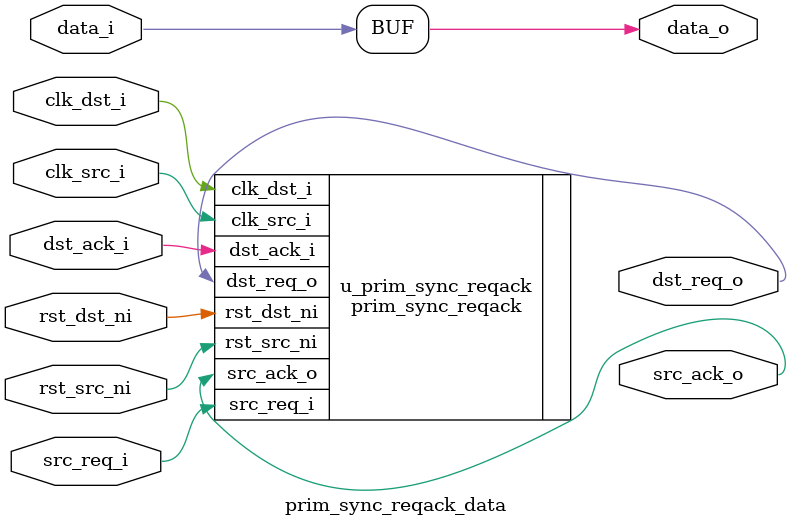
<source format=sv>


module prim_sync_reqack_data #(
  parameter int unsigned Width       = 1,
  parameter bit          DataSrc2Dst = 1'b1, // Direction of data flow: 1'b1 = SRC to DST,
                                             //                         1'b0 = DST to SRC
  parameter bit          DataReg     = 1'b0  // Enable optional register stage for data,
                                             // only usable with DataSrc2Dst == 1'b0.
) (
  input  clk_src_i,       // REQ side, SRC domain
  input  rst_src_ni,      // REQ side, SRC domain
  input  clk_dst_i,       // ACK side, DST domain
  input  rst_dst_ni,      // ACK side, DST domain

  input  logic src_req_i, // REQ side, SRC domain
  output logic src_ack_o, // REQ side, SRC domain
  output logic dst_req_o, // ACK side, DST domain
  input  logic dst_ack_i, // ACK side, DST domain

  input  logic [Width-1:0] data_i,
  output logic [Width-1:0] data_o
);

  ////////////////////////////////////
  // REQ/ACK synchronizer primitive //
  ////////////////////////////////////
  prim_sync_reqack u_prim_sync_reqack (
    .clk_src_i,
    .rst_src_ni,
    .clk_dst_i,
    .rst_dst_ni,

    .src_req_i,
    .src_ack_o,
    .dst_req_o,
    .dst_ack_i
  );

  /////////////////////////
  // Data register stage //
  /////////////////////////
  // Optional - Only relevant if the data flows from DST to SRC. In this case, it must be ensured
  // that the data remains stable until the ACK becomes visible in the SRC domain.
  //
  // Note that for larger data widths, it is recommended to adjust the data sender to hold the data
  // stable until the next REQ in order to save the cost of this register stage.
  if (DataSrc2Dst == 1'b0 && DataReg == 1'b1) begin : gen_data_reg
    logic             data_we;
    logic [Width-1:0] data_d, data_q;

    // Sample the data when seing the REQ/ACK handshake in the DST domain.
    assign data_we = dst_req_o & dst_ack_i;
    assign data_d  = data_i;
    always_ff @(posedge clk_dst_i or negedge rst_dst_ni) begin
      if (!rst_dst_ni) begin
        data_q <= '0;
      end else if (data_we) begin
        data_q <= data_d;
      end
    end
    assign data_o = data_q;

  end else begin : gen_no_data_reg
    // Just feed through the data.
    assign data_o = data_i;
  end

 
endmodule

</source>
